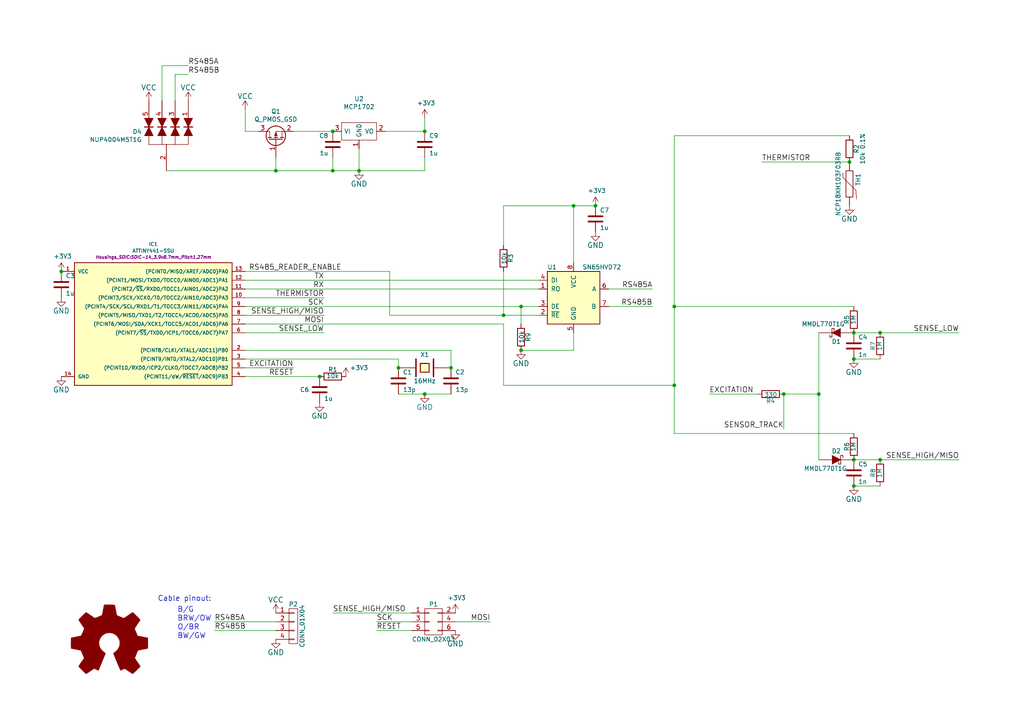
<source format=kicad_sch>
(kicad_sch (version 20230121) (generator eeschema)
  (paper "A4")
  (title_block (title "RS485 soil moisture sensor") (date "2019-10-22") (company "Catnip electronics") (comment 1 "by Albertas Mickėnas mic@wemakethings.net"))
  (lib_symbols
    (symbol "power:+3V3" (power) (pin_names (offset 0))
      (property "Value" "+3V3" (at 0 3.556 0))
      (symbol "+3V3_0_1"
        (polyline (pts (xy -0.762 1.27) (xy 0 2.54)))
        (polyline (pts (xy 0 0) (xy 0 2.54)))
        (polyline (pts (xy 0 2.54) (xy 0.762 1.27)))
      )
      (symbol "+3V3_1_1"
        (pin power_in line (at 0 0 90) (length 0) hide (name "+3V3") (number "1"))
      )
    )
    (symbol "power:GND" (power) (pin_names (offset 0))
      (property "Value" "GND" (at 0 -3.81 0))
      (symbol "GND_0_1"
        (polyline (pts (xy 0 0) (xy 0 -1.27) (xy 1.27 -1.27) (xy 0 -2.54) (xy -1.27 -1.27) (xy 0 -1.27)))
      )
      (symbol "GND_1_1"
        (pin power_in line (at 0 0 270) (length 0) hide (name "GND") (number "1"))
      )
    )
    (symbol "power:VCC" (power) (pin_names (offset 0))
      (property "Value" "VCC" (at 0 3.81 0))
      (symbol "VCC_0_1"
        (polyline (pts (xy -0.762 1.27) (xy 0 2.54)))
        (polyline (pts (xy 0 0) (xy 0 2.54)))
        (polyline (pts (xy 0 2.54) (xy 0.762 1.27)))
      )
      (symbol "VCC_1_1"
        (pin power_in line (at 0 0 90) (length 0) hide (name "VCC") (number "1"))
      )
    )
    (symbol "rs485-moist-sensor-rescue:ATTINY441-SSU" (pin_names (offset 1.016))
      (property "Reference" "U" (at -21.59 19.05 0))
      (property "Value" "ATTINY441-SSU" (at 17.78 -19.05 0))
      (symbol "ATTINY441-SSU_0_1"
        (rectangle (start 22.86 17.78) (end -22.86 -17.78) (stroke (width 0.254)) (fill (type background)))
      )
      (symbol "ATTINY441-SSU_1_1"
        (pin power_in line (at -26.67 15.24 0) (length 3.81) (name "VCC") (number "1"))
        (pin bidirectional line (at 26.67 7.62 180) (length 3.81) (name "(PCINT3/SCK/XCK0/T0/TOCC2/AIN10/ADC3)PA3") (number "10"))
        (pin bidirectional line (at 26.67 10.16 180) (length 3.81) (name "(PCINT2/~{SS}/RXD0/TOCC1/AIN01/ADC2)PA2") (number "11"))
        (pin bidirectional line (at 26.67 12.7 180) (length 3.81) (name "(PCINT1/MOSI/TXD0/TOCC0/AIN00/ADC1)PA1") (number "12"))
        (pin bidirectional line (at 26.67 15.24 180) (length 3.81) (name "(PCINT0/MISO/AREF/ADC0)PA0") (number "13"))
        (pin power_in line (at -26.67 -15.24 0) (length 3.81) (name "GND") (number "14"))
        (pin bidirectional line (at 26.67 -7.62 180) (length 3.81) (name "(PCINT8/CLKI/XTAL1/ADC11)PB0") (number "2"))
        (pin bidirectional line (at 26.67 -10.16 180) (length 3.81) (name "(PCINT9/INT0/XTAL2/ADC10)PB1") (number "3"))
        (pin bidirectional line (at 26.67 -15.24 180) (length 3.81) (name "(PCINT11/dW/~{RESET}/ADC9)PB3") (number "4"))
        (pin bidirectional line (at 26.67 -12.7 180) (length 3.81) (name "(PCINT10/RXD0/ICP2/CLKO/TOCC7/ADC8)PB2") (number "5"))
        (pin bidirectional line (at 26.67 -2.54 180) (length 3.81) (name "(PCINT7/~{SS}/TXD0/ICP1/TOCC6/ADC7)PA7") (number "6"))
        (pin bidirectional line (at 26.67 0 180) (length 3.81) (name "(PCINT6/MOSI/SDA/XCK1/TOCC5/ACO1/ADC6)PA6") (number "7"))
        (pin bidirectional line (at 26.67 2.54 180) (length 3.81) (name "(PCINT5/MISO/TXD1/T2/TOCC4/ACO0/ADC5)PA5") (number "8"))
        (pin bidirectional line (at 26.67 5.08 180) (length 3.81) (name "(PCINT4/SCK/SCL/RXD1/T1/TOCC3/AIN11/ADC4)PA4") (number "9"))
      )
    )
    (symbol "rs485-moist-sensor-rescue:C" (pin_numbers hide) (pin_names (offset 0.254))
      (property "Reference" "C" (at 0.635 2.54 0))
      (property "Value" "C" (at 0.635 -2.54 0))
      (symbol "C_0_1"
        (polyline (pts (xy -2.032 -0.762) (xy 2.032 -0.762)) (stroke (width 0.508)))
        (polyline (pts (xy -2.032 0.762) (xy 2.032 0.762)) (stroke (width 0.508)))
      )
      (symbol "C_1_1"
        (pin passive line (at 0 3.81 270) (length 2.794) (name "~") (number "1"))
        (pin passive line (at 0 -3.81 90) (length 2.794) (name "~") (number "2"))
      )
    )
    (symbol "rs485-moist-sensor-rescue:CONN_01X04" (pin_names (offset 1.016) hide)
      (property "Reference" "J" (at 0 6.35 0))
      (property "Value" "CONN_01X04" (at 2.54 0 90))
      (symbol "CONN_01X04_0_1"
        (rectangle (start -1.27 -3.683) (end 0.254 -3.937))
        (rectangle (start -1.27 -1.143) (end 0.254 -1.397))
        (rectangle (start -1.27 1.397) (end 0.254 1.143))
        (rectangle (start -1.27 3.937) (end 0.254 3.683))
        (rectangle (start -1.27 5.08) (end 1.27 -5.08))
      )
      (symbol "CONN_01X04_1_1"
        (pin passive line (at -5.08 3.81 0) (length 3.81) (name "P1") (number "1"))
        (pin passive line (at -5.08 1.27 0) (length 3.81) (name "P2") (number "2"))
        (pin passive line (at -5.08 -1.27 0) (length 3.81) (name "P3") (number "3"))
        (pin passive line (at -5.08 -3.81 0) (length 3.81) (name "P4") (number "4"))
      )
    )
    (symbol "rs485-moist-sensor-rescue:CONN_02X03" (pin_names (offset 0.0254) hide)
      (property "Reference" "J" (at 0 5.08 0))
      (property "Value" "CONN_02X03" (at 0 -5.08 0))
      (symbol "CONN_02X03_0_1"
        (rectangle (start -2.54 -2.413) (end -1.27 -2.667))
        (rectangle (start -2.54 0.127) (end -1.27 -0.127))
        (rectangle (start -2.54 2.667) (end -1.27 2.413))
        (rectangle (start -2.54 3.81) (end 2.54 -3.81))
        (rectangle (start 1.27 -2.413) (end 2.54 -2.667))
        (rectangle (start 1.27 0.127) (end 2.54 -0.127))
        (rectangle (start 1.27 2.667) (end 2.54 2.413))
      )
      (symbol "CONN_02X03_1_1"
        (pin passive line (at -6.35 2.54 0) (length 3.81) (name "P1") (number "1"))
        (pin passive line (at 6.35 2.54 180) (length 3.81) (name "P2") (number "2"))
        (pin passive line (at -6.35 0 0) (length 3.81) (name "P3") (number "3"))
        (pin passive line (at 6.35 0 180) (length 3.81) (name "P4") (number "4"))
        (pin passive line (at -6.35 -2.54 0) (length 3.81) (name "P5") (number "5"))
        (pin passive line (at 6.35 -2.54 180) (length 3.81) (name "P6") (number "6"))
      )
    )
    (symbol "rs485-moist-sensor-rescue:CRYSTAL" (pin_numbers hide) (pin_names (offset 1.016) hide)
      (property "Reference" "X" (at 0 3.81 0))
      (property "Value" "CRYSTAL" (at 0 -3.81 0))
      (symbol "CRYSTAL_0_1"
        (polyline (pts (xy -2.54 2.54) (xy -2.54 -2.54)) (stroke (width 0.4064)))
        (polyline (pts (xy 2.54 2.54) (xy 2.54 -2.54)) (stroke (width 0.4064)))
        (polyline (pts (xy -1.27 1.27) (xy 1.27 1.27) (xy 1.27 -1.27) (xy -1.27 -1.27) (xy -1.27 1.27)) (stroke (width 0.3048)) (fill (type background)))
      )
      (symbol "CRYSTAL_1_1"
        (pin passive line (at -7.62 0 0) (length 5.08) (name "1") (number "1"))
        (pin passive line (at 7.62 0 180) (length 5.08) (name "2") (number "2"))
      )
    )
    (symbol "rs485-moist-sensor-rescue:DIODESCH" (pin_numbers hide) (pin_names (offset 1.016) hide)
      (property "Reference" "D" (at 0 2.54 0))
      (property "Value" "DIODESCH" (at 0 -2.54 0))
      (symbol "DIODESCH_0_1"
        (polyline (pts (xy -1.27 1.27) (xy 1.27 0) (xy -1.27 -1.27)) (fill (type outline)))
        (polyline (pts (xy 1.905 0.635) (xy 1.905 1.27) (xy 1.27 1.27) (xy 1.27 -1.27) (xy 0.635 -1.27) (xy 0.635 -0.635)) (stroke (width 0.2032)))
      )
      (symbol "DIODESCH_1_1"
        (pin passive line (at -5.08 0 0) (length 3.81) (name "A") (number "1"))
        (pin passive line (at 5.08 0 180) (length 3.81) (name "K") (number "2"))
      )
    )
    (symbol "rs485-moist-sensor-rescue:Logo_Open_Hardware_Large" (pin_names (offset 1.016))
      (symbol "Logo_Open_Hardware_Large_1_1"
        (polyline (pts (xy 6.731 -8.7122) (xy 6.6294 -8.6614) (xy 6.35 -8.4836) (xy 5.9944 -8.255) (xy 5.5372 -7.9502) (xy 5.1054 -7.6454) (xy 4.7498 -7.4168) (xy 4.4958 -7.239) (xy 4.3942 -7.1882) (xy 4.318 -7.2136) (xy 4.1148 -7.3152) (xy 3.81 -7.4676) (xy 3.6322 -7.5692) (xy 3.3528 -7.6708) (xy 3.2258 -7.6962) (xy 3.2004 -7.6708) (xy 3.0988 -7.4676) (xy 2.9464 -7.0866) (xy 2.7178 -6.604) (xy 2.4892 -6.0452) (xy 2.2352 -5.4356) (xy 1.9558 -4.826) (xy 1.7272 -4.2164) (xy 1.4986 -3.683) (xy 1.3208 -3.2512) (xy 1.2192 -2.9464) (xy 1.1684 -2.8194) (xy 1.1938 -2.794) (xy 1.3208 -2.667) (xy 1.5748 -2.4892) (xy 2.0828 -2.0574) (xy 2.6162 -1.397) (xy 2.921 -0.6604) (xy 3.048 0.1524) (xy 2.9464 0.9144) (xy 2.6416 1.6256) (xy 2.1336 2.286) (xy 1.524 2.7686) (xy 0.8128 3.0734) (xy 0 3.175) (xy -0.762 3.0988) (xy -1.4986 2.794) (xy -2.159 2.286) (xy -2.4384 1.9812) (xy -2.8194 1.3208) (xy -3.048 0.6096) (xy -3.0734 0.4318) (xy -3.0226 -0.3556) (xy -2.794 -1.0922) (xy -2.3876 -1.7526) (xy -1.8288 -2.3114) (xy -1.7526 -2.3622) (xy -1.4732 -2.5654) (xy -1.2954 -2.6924) (xy -1.1684 -2.8194) (xy -2.159 -5.207) (xy -2.3114 -5.588) (xy -2.5908 -6.2484) (xy -2.8194 -6.8072) (xy -3.0226 -7.2644) (xy -3.1496 -7.5692) (xy -3.2258 -7.6708) (xy -3.2258 -7.6962) (xy -3.302 -7.6962) (xy -3.4798 -7.6454) (xy -3.8354 -7.4676) (xy -4.0386 -7.366) (xy -4.2926 -7.239) (xy -4.4196 -7.1882) (xy -4.5212 -7.239) (xy -4.7498 -7.3914) (xy -5.1054 -7.6454) (xy -5.5372 -7.9248) (xy -5.9436 -8.2042) (xy -6.3246 -8.4582) (xy -6.604 -8.636) (xy -6.731 -8.7122) (xy -6.7564 -8.7122) (xy -6.858 -8.636) (xy -7.0866 -8.4582) (xy -7.4168 -8.1534) (xy -7.874 -7.6962) (xy -7.9502 -7.62) (xy -8.3312 -7.239) (xy -8.636 -6.9088) (xy -8.8392 -6.6802) (xy -8.9154 -6.5786) (xy -8.9154 -6.5786) (xy -8.8392 -6.4516) (xy -8.6614 -6.1722) (xy -8.4328 -5.7912) (xy -8.128 -5.3594) (xy -7.3152 -4.191) (xy -7.7724 -3.0988) (xy -7.8994 -2.7686) (xy -8.0772 -2.3622) (xy -8.2042 -2.0828) (xy -8.255 -1.9558) (xy -8.382 -1.905) (xy -8.6614 -1.8542) (xy -9.0932 -1.7526) (xy -9.6266 -1.651) (xy -10.1092 -1.5748) (xy -10.541 -1.4732) (xy -10.8712 -1.4224) (xy -11.0236 -1.397) (xy -11.049 -1.3716) (xy -11.0744 -1.2954) (xy -11.0998 -1.143) (xy -11.0998 -0.889) (xy -11.1252 -0.4572) (xy -11.1252 0.1524) (xy -11.1252 0.2286) (xy -11.0998 0.8128) (xy -11.0998 1.27) (xy -11.0744 1.5494) (xy -11.0744 1.6764) (xy -11.0744 1.6764) (xy -10.922 1.7018) (xy -10.6172 1.778) (xy -10.16 1.8542) (xy -9.652 1.9558) (xy -9.6012 1.9812) (xy -9.0932 2.0828) (xy -8.636 2.159) (xy -8.3312 2.2352) (xy -8.2042 2.286) (xy -8.1788 2.3114) (xy -8.0772 2.5146) (xy -7.9248 2.8448) (xy -7.747 3.2512) (xy -7.5692 3.6576) (xy -7.4168 4.0386) (xy -7.3152 4.318) (xy -7.2898 4.445) (xy -7.2898 4.445) (xy -7.366 4.572) (xy -7.5438 4.826) (xy -7.7978 5.207) (xy -8.128 5.6642) (xy -8.128 5.6896) (xy -8.4328 6.1468) (xy -8.6868 6.5278) (xy -8.8392 6.7818) (xy -8.9154 6.9088) (xy -8.9154 6.9088) (xy -8.8138 7.0358) (xy -8.5852 7.2898) (xy -8.255 7.6454) (xy -7.874 8.0264) (xy -7.747 8.1534) (xy -7.3152 8.5852) (xy -7.0104 8.8646) (xy -6.8326 8.9916) (xy -6.731 9.0424) (xy -6.731 9.0424) (xy -6.604 8.9408) (xy -6.3246 8.763) (xy -5.9436 8.509) (xy -5.4864 8.2042) (xy -5.461 8.1788) (xy -5.0038 7.874) (xy -4.6482 7.62) (xy -4.3688 7.4422) (xy -4.2672 7.3914) (xy -4.2418 7.3914) (xy -4.064 7.4422) (xy -3.7338 7.5438) (xy -3.3528 7.6962) (xy -2.9464 7.874) (xy -2.5654 8.0264) (xy -2.286 8.1534) (xy -2.159 8.2296) (xy -2.159 8.2296) (xy -2.1082 8.382) (xy -2.032 8.7122) (xy -1.9304 9.1694) (xy -1.8288 9.7282) (xy -1.8034 9.8044) (xy -1.7018 10.3378) (xy -1.6256 10.7696) (xy -1.5748 11.0744) (xy -1.524 11.2014) (xy -1.4478 11.2268) (xy -1.1938 11.2522) (xy -0.8128 11.2522) (xy -0.3302 11.2522) (xy 0.1524 11.2522) (xy 0.6604 11.2522) (xy 1.0668 11.2268) (xy 1.3716 11.2014) (xy 1.4986 11.176) (xy 1.4986 11.176) (xy 1.5494 11.0236) (xy 1.6256 10.6934) (xy 1.7018 10.2108) (xy 1.8288 9.6774) (xy 1.8288 9.5758) (xy 1.9304 9.0424) (xy 2.032 8.6106) (xy 2.0828 8.3058) (xy 2.1336 8.2042) (xy 2.159 8.1788) (xy 2.3876 8.0772) (xy 2.7432 7.9248) (xy 3.175 7.747) (xy 4.191 7.3406) (xy 5.461 8.2042) (xy 5.5626 8.2804) (xy 6.0198 8.5852) (xy 6.3754 8.8392) (xy 6.6294 8.9916) (xy 6.7564 9.0424) (xy 6.7564 9.0424) (xy 6.8834 8.9408) (xy 7.1374 8.7122) (xy 7.4676 8.382) (xy 7.8486 7.9756) (xy 8.1534 7.6962) (xy 8.4836 7.3406) (xy 8.7122 7.112) (xy 8.8392 6.9596) (xy 8.8646 6.858) (xy 8.8646 6.8072) (xy 8.7884 6.6802) (xy 8.6106 6.4008) (xy 8.3312 6.0198) (xy 8.0264 5.588) (xy 7.7978 5.207) (xy 7.5184 4.8006) (xy 7.3406 4.4958) (xy 7.2898 4.3434) (xy 7.2898 4.2926) (xy 7.3914 4.0386) (xy 7.5184 3.683) (xy 7.7216 3.2258) (xy 8.1534 2.2352) (xy 8.7884 2.1082) (xy 9.1948 2.0574) (xy 9.7536 1.9304) (xy 10.2616 1.8288) (xy 11.0998 1.6764) (xy 11.1252 -1.3208) (xy 10.9982 -1.3716) (xy 10.8712 -1.397) (xy 10.5664 -1.4732) (xy 10.1346 -1.5494) (xy 9.6266 -1.651) (xy 9.1948 -1.7272) (xy 8.7376 -1.8288) (xy 8.4328 -1.8796) (xy 8.2804 -1.905) (xy 8.255 -1.9558) (xy 8.1534 -2.159) (xy 7.9756 -2.5146) (xy 7.8232 -2.921) (xy 7.6454 -3.3274) (xy 7.493 -3.7338) (xy 7.366 -4.0132) (xy 7.3406 -4.191) (xy 7.3914 -4.2926) (xy 7.5692 -4.5466) (xy 7.7978 -4.9276) (xy 8.1026 -5.3594) (xy 8.4074 -5.7912) (xy 8.6614 -6.1722) (xy 8.8138 -6.4262) (xy 8.89 -6.5532) (xy 8.8646 -6.6548) (xy 8.6868 -6.858) (xy 8.3566 -7.1882) (xy 7.874 -7.6708) (xy 7.7978 -7.747) (xy 7.3914 -8.128) (xy 7.0612 -8.4328) (xy 6.8326 -8.636) (xy 6.731 -8.7122)) (fill (type outline)))
      )
    )
    (symbol "rs485-moist-sensor-rescue:MCP1702" (pin_names (offset 0.762))
      (property "Reference" "U" (at 2.54 -3.81 0))
      (property "Value" "MCP1702" (at 0 3.81 0))
      (symbol "MCP1702_0_1"
        (rectangle (start -5.08 -2.54) (end 5.08 2.54))
      )
      (symbol "MCP1702_1_1"
        (pin power_in line (at 0 -5.08 90) (length 2.54) (name "GND") (number "1"))
        (pin power_out line (at 7.62 0 180) (length 2.54) (name "VO") (number "2"))
        (pin power_in line (at -7.62 0 0) (length 2.54) (name "VI") (number "3"))
      )
    )
    (symbol "rs485-moist-sensor-rescue:Q_PMOS_GSD-RESCUE-rs485-moist-sensor" (pin_names (offset 0) hide)
      (property "Reference" "Q" (at 7.62 1.27 0))
      (property "Value" "Q_PMOS_GSD-RESCUE-rs485-moist-sensor" (at 16.51 -1.27 0))
      (symbol "Q_PMOS_GSD-RESCUE-rs485-moist-sensor_0_1"
        (polyline (pts (xy 0.762 -1.778) (xy 2.54 -1.778)))
        (polyline (pts (xy 0.762 -1.27) (xy 0.762 -2.286)) (stroke (width 0.254)))
        (polyline (pts (xy 0.762 0) (xy 2.54 0)))
        (polyline (pts (xy 0.762 0.508) (xy 0.762 -0.508)) (stroke (width 0.254)))
        (polyline (pts (xy 0.762 1.778) (xy 2.54 1.778)))
        (polyline (pts (xy 0.762 2.286) (xy 0.762 1.27)) (stroke (width 0.254)))
        (polyline (pts (xy 2.54 -1.778) (xy 2.54 -2.54)))
        (polyline (pts (xy 2.54 -1.778) (xy 2.54 0)))
        (polyline (pts (xy 2.54 2.54) (xy 2.54 1.778)))
        (polyline (pts (xy 0.254 1.905) (xy 0.254 -1.905) (xy 0.254 -1.905)) (stroke (width 0.254)))
        (polyline (pts (xy 2.286 0) (xy 1.27 -0.381) (xy 1.27 0.381) (xy 2.286 0)) (fill (type outline)))
        (circle (center 1.27 0) (radius 2.8194) (stroke (width 0.254)))
      )
      (symbol "Q_PMOS_GSD-RESCUE-rs485-moist-sensor_1_1"
        (pin input line (at -5.08 0 0) (length 5.334) (name "G") (number "1"))
        (pin open_emitter line (at 2.54 -5.08 90) (length 2.54) (name "S") (number "2"))
        (pin open_collector line (at 2.54 5.08 270) (length 2.54) (name "D") (number "3"))
      )
    )
    (symbol "rs485-moist-sensor-rescue:R" (pin_numbers hide) (pin_names (offset 0))
      (property "Reference" "R" (at 2.032 0 90))
      (property "Value" "R" (at 0 0 90))
      (symbol "R_0_1"
        (rectangle (start -1.016 -2.54) (end 1.016 2.54) (stroke (width 0.254)))
      )
      (symbol "R_1_1"
        (pin passive line (at 0 3.81 270) (length 1.27) (name "~") (number "1"))
        (pin passive line (at 0 -3.81 90) (length 1.27) (name "~") (number "2"))
      )
    )
    (symbol "rs485-moist-sensor-rescue:SP3481EN-RESCUE-rs485-moist-sensor" (pin_names (offset 1.016))
      (property "Reference" "U" (at -7.62 8.89 0))
      (property "Value" "SP3481EN-RESCUE-rs485-moist-sensor" (at 2.54 8.89 0))
      (property "Footprint" "SO-8" (at 0 0 0))
      (symbol "SP3481EN-RESCUE-rs485-moist-sensor_0_1"
        (rectangle (start -7.62 7.62) (end 7.62 -7.62) (stroke (width 0.254)) (fill (type background)))
      )
      (symbol "SP3481EN-RESCUE-rs485-moist-sensor_1_1"
        (pin output line (at -10.16 2.54 0) (length 2.54) (name "RO") (number "1"))
        (pin input line (at -10.16 -5.08 0) (length 2.54) (name "~{RE}") (number "2"))
        (pin input line (at -10.16 -2.54 0) (length 2.54) (name "DE") (number "3"))
        (pin input line (at -10.16 5.08 0) (length 2.54) (name "DI") (number "4"))
        (pin power_in line (at 0 -10.16 90) (length 2.54) (name "GND") (number "5"))
        (pin bidirectional line (at 10.16 2.54 180) (length 2.54) (name "A") (number "6"))
        (pin bidirectional line (at 10.16 -2.54 180) (length 2.54) (name "B") (number "7"))
        (pin power_in line (at 0 10.16 270) (length 2.54) (name "VCC") (number "8"))
      )
    )
    (symbol "rs485-moist-sensor-rescue:THERMISTOR" (pin_numbers hide) (pin_names (offset 0))
      (property "Reference" "TH" (at 2.54 1.27 90))
      (property "Value" "THERMISTOR" (at -2.54 0 90))
      (symbol "THERMISTOR_0_1"
        (rectangle (start -1.016 3.81) (end 1.016 -3.81) (stroke (width 0.2032)))
        (polyline (pts (xy -1.905 3.175) (xy -1.905 1.905) (xy 1.905 -1.905) (xy 1.905 -3.175) (xy 1.905 -3.175)))
        (text "-" (at 1.905 -3.81 900) (effects (font (size 1.524 1.524))))
      )
      (symbol "THERMISTOR_1_1"
        (pin passive line (at 0 6.35 270) (length 2.54) (name "~") (number "1"))
        (pin passive line (at 0 -6.35 90) (length 2.54) (name "~") (number "2"))
      )
    )
    (symbol "rs485-moist-sensor-rescue:TVS-ARRAY" (pin_names (offset 1.016))
      (property "Reference" "D" (at -12.7 2.54 0))
      (property "Value" "TVS-ARRAY" (at -12.7 -2.54 0))
      (symbol "TVS-ARRAY_0_1"
        (polyline (pts (xy -3.81 1.27) (xy -6.35 1.27)) (stroke (width 0.3048)))
        (polyline (pts (xy -1.27 -1.27) (xy -1.27 -3.81)))
        (polyline (pts (xy 0 1.27) (xy -2.54 1.27)) (stroke (width 0.3048)))
        (polyline (pts (xy 2.54 -1.27) (xy 2.54 -3.81)))
        (polyline (pts (xy 3.81 1.27) (xy 1.27 1.27)) (stroke (width 0.3048)))
        (polyline (pts (xy 6.35 -1.27) (xy 6.35 -3.81)))
        (polyline (pts (xy 7.62 1.27) (xy 5.08 1.27)) (stroke (width 0.3048)))
        (polyline (pts (xy 6.35 -3.81) (xy -5.08 -3.81) (xy -5.08 -1.27)))
        (polyline (pts (xy -5.08 1.27) (xy -3.81 -1.27) (xy -6.35 -1.27) (xy -5.08 1.27)) (fill (type outline)))
        (polyline (pts (xy -3.81 3.81) (xy -6.35 3.81) (xy -5.08 1.27) (xy -3.81 3.81)) (fill (type outline)))
        (polyline (pts (xy -1.27 1.27) (xy 0 -1.27) (xy -2.54 -1.27) (xy -1.27 1.27)) (fill (type outline)))
        (polyline (pts (xy 0 3.81) (xy -2.54 3.81) (xy -1.27 1.27) (xy 0 3.81)) (fill (type outline)))
        (polyline (pts (xy 2.54 1.27) (xy 3.81 -1.27) (xy 1.27 -1.27) (xy 2.54 1.27)) (fill (type outline)))
        (polyline (pts (xy 3.81 3.81) (xy 1.27 3.81) (xy 2.54 1.27) (xy 3.81 3.81)) (fill (type outline)))
        (polyline (pts (xy 6.35 1.27) (xy 7.62 -1.27) (xy 5.08 -1.27) (xy 6.35 1.27)) (fill (type outline)))
        (polyline (pts (xy 7.62 3.81) (xy 5.08 3.81) (xy 6.35 1.27) (xy 7.62 3.81)) (fill (type outline)))
      )
      (symbol "TVS-ARRAY_1_1"
        (pin passive line (at -5.08 8.89 270) (length 7.62) (name "~") (number "1"))
        (pin passive line (at 1.27 -11.43 90) (length 7.62) (name "~") (number "2"))
        (pin passive line (at -1.27 8.89 270) (length 7.62) (name "~") (number "3"))
        (pin passive line (at 2.54 8.89 270) (length 7.62) (name "~") (number "4"))
        (pin passive line (at 6.35 8.89 270) (length 7.62) (name "~") (number "5"))
      )
    )
  )
  (junction (at 172.72 59.69))
  (junction (at 80.01 49.53))
  (junction (at 247.65 104.14))
  (junction (at 130.81 106.68))
  (junction (at 96.52 38.1))
  (junction (at 104.14 49.53))
  (junction (at 151.13 101.6))
  (junction (at 195.58 88.9))
  (junction (at 151.13 88.9))
  (junction (at 166.37 59.69))
  (junction (at 115.57 106.68))
  (junction (at 255.27 133.35))
  (junction (at 246.38 46.99))
  (junction (at 227.33 114.3))
  (junction (at 195.58 111.76))
  (junction (at 146.05 91.44))
  (junction (at 17.78 78.74))
  (junction (at 92.71 109.22))
  (junction (at 247.65 96.52))
  (junction (at 237.49 114.3))
  (junction (at 96.52 49.53))
  (junction (at 123.19 38.1))
  (junction (at 247.65 140.97))
  (junction (at 123.19 114.3))
  (junction (at 255.27 96.52))
  (junction (at 247.65 133.35))
  (wire (pts (xy 115.57 114.3) (xy 123.19 114.3)))
  (wire (pts (xy 71.12 93.98) (xy 146.05 93.98)))
  (wire (pts (xy 205.74 114.3) (xy 219.71 114.3)))
  (wire (pts (xy 71.12 109.22) (xy 92.71 109.22)))
  (wire (pts (xy 146.05 91.44) (xy 156.21 91.44)))
  (wire (pts (xy 46.99 19.05) (xy 46.99 29.21)))
  (wire (pts (xy 123.19 49.53) (xy 123.19 45.72)))
  (wire (pts (xy 71.12 101.6) (xy 130.81 101.6)))
  (wire (pts (xy 132.08 180.34) (xy 142.24 180.34)))
  (wire (pts (xy 237.49 96.52) (xy 237.49 114.3)))
  (wire (pts (xy 119.38 180.34) (xy 109.22 180.34)))
  (wire (pts (xy 255.27 104.14) (xy 247.65 104.14)))
  (wire (pts (xy 113.03 78.74) (xy 71.12 78.74)))
  (wire (pts (xy 166.37 76.2) (xy 166.37 59.69)))
  (wire (pts (xy 195.58 39.37) (xy 195.58 88.9)))
  (wire (pts (xy 166.37 101.6) (xy 166.37 96.52)))
  (wire (pts (xy 71.12 31.75) (xy 71.12 38.1)))
  (wire (pts (xy 96.52 177.8) (xy 119.38 177.8)))
  (wire (pts (xy 111.76 38.1) (xy 123.19 38.1)))
  (wire (pts (xy 71.12 81.28) (xy 156.21 81.28)))
  (wire (pts (xy 50.8 21.59) (xy 50.8 29.21)))
  (wire (pts (xy 123.19 114.3) (xy 130.81 114.3)))
  (wire (pts (xy 247.65 96.52) (xy 255.27 96.52)))
  (wire (pts (xy 166.37 59.69) (xy 172.72 59.69)))
  (wire (pts (xy 80.01 180.34) (xy 62.23 180.34)))
  (wire (pts (xy 104.14 49.53) (xy 104.14 43.18)))
  (wire (pts (xy 80.01 49.53) (xy 96.52 49.53)))
  (wire (pts (xy 146.05 59.69) (xy 166.37 59.69)))
  (wire (pts (xy 195.58 111.76) (xy 195.58 125.73)))
  (wire (pts (xy 247.65 88.9) (xy 195.58 88.9)))
  (wire (pts (xy 113.03 91.44) (xy 146.05 91.44)))
  (wire (pts (xy 246.38 46.99) (xy 220.98 46.99)))
  (wire (pts (xy 115.57 104.14) (xy 115.57 106.68)))
  (wire (pts (xy 123.19 38.1) (xy 123.19 34.29)))
  (wire (pts (xy 195.58 88.9) (xy 195.58 111.76)))
  (wire (pts (xy 146.05 78.74) (xy 146.05 91.44)))
  (wire (pts (xy 146.05 93.98) (xy 146.05 111.76)))
  (wire (pts (xy 71.12 83.82) (xy 156.21 83.82)))
  (wire (pts (xy 195.58 39.37) (xy 246.38 39.37)))
  (wire (pts (xy 247.65 133.35) (xy 255.27 133.35)))
  (wire (pts (xy 71.12 91.44) (xy 93.98 91.44)))
  (wire (pts (xy 255.27 96.52) (xy 278.13 96.52)))
  (wire (pts (xy 146.05 59.69) (xy 146.05 71.12)))
  (wire (pts (xy 71.12 106.68) (xy 85.09 106.68)))
  (wire (pts (xy 227.33 114.3) (xy 237.49 114.3)))
  (wire (pts (xy 255.27 133.35) (xy 278.13 133.35)))
  (wire (pts (xy 195.58 125.73) (xy 247.65 125.73)))
  (wire (pts (xy 176.53 88.9) (xy 189.23 88.9)))
  (wire (pts (xy 54.61 21.59) (xy 50.8 21.59)))
  (wire (pts (xy 80.01 45.72) (xy 80.01 49.53)))
  (wire (pts (xy 71.12 104.14) (xy 115.57 104.14)))
  (wire (pts (xy 176.53 83.82) (xy 189.23 83.82)))
  (wire (pts (xy 96.52 49.53) (xy 104.14 49.53)))
  (wire (pts (xy 151.13 101.6) (xy 166.37 101.6)))
  (wire (pts (xy 71.12 38.1) (xy 74.93 38.1)))
  (wire (pts (xy 237.49 114.3) (xy 237.49 133.35)))
  (wire (pts (xy 227.33 114.3) (xy 227.33 124.46)))
  (wire (pts (xy 54.61 19.05) (xy 46.99 19.05)))
  (wire (pts (xy 113.03 78.74) (xy 113.03 91.44)))
  (wire (pts (xy 71.12 88.9) (xy 151.13 88.9)))
  (wire (pts (xy 85.09 38.1) (xy 96.52 38.1)))
  (wire (pts (xy 104.14 49.53) (xy 123.19 49.53)))
  (wire (pts (xy 130.81 101.6) (xy 130.81 106.68)))
  (wire (pts (xy 119.38 182.88) (xy 109.22 182.88)))
  (wire (pts (xy 71.12 86.36) (xy 93.98 86.36)))
  (wire (pts (xy 146.05 111.76) (xy 195.58 111.76)))
  (wire (pts (xy 151.13 93.98) (xy 151.13 88.9)))
  (wire (pts (xy 247.65 140.97) (xy 255.27 140.97)))
  (wire (pts (xy 71.12 96.52) (xy 93.98 96.52)))
  (wire (pts (xy 48.26 49.53) (xy 80.01 49.53)))
  (wire (pts (xy 151.13 88.9) (xy 156.21 88.9)))
  (wire (pts (xy 96.52 45.72) (xy 96.52 49.53)))
  (wire (pts (xy 80.01 182.88) (xy 62.23 182.88)))
  (text "Cable pinout:" (at 45.72 174.625 0) (effects (font (size 1.524 1.524)) (justify left bottom)))
  (text "B/G" (at 51.435 177.8 0) (effects (font (size 1.524 1.524)) (justify left bottom)))
  (text "BRW/OW" (at 51.435 180.34 0) (effects (font (size 1.524 1.524)) (justify left bottom)))
  (text "O/BR" (at 51.435 182.88 0) (effects (font (size 1.524 1.524)) (justify left bottom)))
  (text "BW/GW" (at 51.435 185.42 0) (effects (font (size 1.524 1.524)) (justify left bottom)))
  (label "SENSE_LOW" (at 93.98 96.52 180) (effects (font (size 1.524 1.524))))
  (label "RS485B" (at 54.61 21.59 0) (effects (font (size 1.524 1.524))))
  (label "MOSI" (at 93.98 93.98 180) (effects (font (size 1.524 1.524))))
  (label "RS485_READER_ENABLE" (at 99.06 78.74 180) (effects (font (size 1.524 1.524))))
  (label "RS485B" (at 189.23 88.9 180) (effects (font (size 1.524 1.524))))
  (label "THERMISTOR" (at 93.98 86.36 180) (effects (font (size 1.524 1.524))))
  (label "MOSI" (at 142.24 180.34 180) (effects (font (size 1.524 1.524))))
  (label "SENSE_HIGH/MISO" (at 278.13 133.35 180) (effects (font (size 1.524 1.524))))
  (label "SENSOR_TRACK" (at 227.33 124.46 180) (effects (font (size 1.524 1.524))))
  (label "RESET" (at 109.22 182.88 0) (effects (font (size 1.524 1.524))))
  (label "EXCITATION" (at 85.09 106.68 180) (effects (font (size 1.524 1.524))))
  (label "RX" (at 93.98 83.82 180) (effects (font (size 1.524 1.524))))
  (label "RS485A" (at 62.23 180.34 0) (effects (font (size 1.524 1.524))))
  (label "RS485A" (at 189.23 83.82 180) (effects (font (size 1.524 1.524))))
  (label "EXCITATION" (at 205.74 114.3 0) (effects (font (size 1.524 1.524))))
  (label "SENSE_HIGH/MISO" (at 96.52 177.8 0) (effects (font (size 1.524 1.524))))
  (label "SCK" (at 93.98 88.9 180) (effects (font (size 1.524 1.524))))
  (label "SCK" (at 109.22 180.34 0) (effects (font (size 1.524 1.524))))
  (label "TX" (at 93.98 81.28 180) (effects (font (size 1.524 1.524))))
  (label "RS485B" (at 62.23 182.88 0) (effects (font (size 1.524 1.524))))
  (label "SENSE_HIGH/MISO" (at 93.98 91.44 180) (effects (font (size 1.524 1.524))))
  (label "THERMISTOR" (at 220.98 46.99 0) (effects (font (size 1.524 1.524))))
  (label "SENSE_LOW" (at 278.13 96.52 180) (effects (font (size 1.524 1.524))))
  (label "RS485A" (at 54.61 19.05 0) (effects (font (size 1.524 1.524))))
  (label "RESET" (at 85.09 109.22 180) (effects (font (size 1.524 1.524))))
  (symbol (lib_id "rs485-moist-sensor-rescue:CRYSTAL") (at 123.19 106.68 0) (unit 1)
    (property "Reference" "X1" (at 123.19 102.87 0))
    (property "Value" "16MHz" (at 123.19 110.49 0))
    (property "Footprint" "Crystals:Crystal_HC49-SD_SMD" (effects hide))
    (property "PartNo" "MCRSD16000F183000RR" (effects hide))
    (property "Manufacturer" "MULTICOMP" (effects hide))
    (property "Distributor" "2395958" (effects hide))
  )
  (symbol (lib_id "rs485-moist-sensor-rescue:C") (at 130.81 110.49 0) (unit 1)
    (property "Reference" "C2" (at 132.08 107.95 0) (effects (justify left)))
    (property "Value" "13p" (at 132.08 113.03 0) (effects (justify left)))
    (property "Footprint" "Capacitors_SMD:C_0603" (effects hide))
    (property "PartNo" "MC0603N330J500CT" (effects hide))
    (property "Manufacturer" "MULTICOMP" (effects hide))
    (property "Distributor" "2310585" (effects hide))
  )
  (symbol (lib_id "power:GND") (at 123.19 114.3 0) (unit 1)
    (property "Reference" "#PWR013" (effects hide))
    (property "Value" "GND" (at 123.19 118.11 0) (effects (font (size 1.524 1.524))))
  )
  (symbol (lib_id "power:VCC") (at 71.12 31.75 0) (unit 1)
    (property "Reference" "#PWR06" (effects hide))
    (property "Value" "VCC" (at 71.12 27.94 0) (effects (font (size 1.524 1.524))))
  )
  (symbol (lib_id "power:GND") (at 17.78 109.22 0) (unit 1)
    (property "Reference" "#PWR03" (effects hide))
    (property "Value" "GND" (at 17.78 113.03 0) (effects (font (size 1.524 1.524))))
  )
  (symbol (lib_id "rs485-moist-sensor-rescue:C") (at 17.78 82.55 0) (unit 1)
    (property "Reference" "C3" (at 19.05 80.01 0) (effects (justify left)))
    (property "Value" "1u" (at 19.05 85.09 0) (effects (justify left)))
    (property "Footprint" "Capacitors_SMD:C_0603" (effects hide))
  )
  (symbol (lib_id "power:GND") (at 17.78 86.36 0) (unit 1)
    (property "Reference" "#PWR02" (effects hide))
    (property "Value" "GND" (at 17.78 90.17 0) (effects (font (size 1.524 1.524))))
  )
  (symbol (lib_id "rs485-moist-sensor-rescue:DIODESCH") (at 242.57 96.52 180) (unit 1)
    (property "Reference" "D1" (at 242.57 99.06 0))
    (property "Value" "MMDL770T1G" (at 238.76 93.98 0))
    (property "Footprint" "SMD_Packages:SOD-523" (effects hide))
    (property "PartNo" "MMDL770T1G" (effects hide))
    (property "Manufacturer" "ON SEMI" (effects hide))
    (property "Distributor" "2575121" (effects hide))
  )
  (symbol (lib_id "rs485-moist-sensor-rescue:R") (at 223.52 114.3 270) (unit 1)
    (property "Reference" "R4" (at 223.52 116.332 90))
    (property "Value" "330" (at 223.5454 114.4778 90))
    (property "Footprint" "Resistors_SMD:R_0603" (effects hide))
  )
  (symbol (lib_id "rs485-moist-sensor-rescue:R") (at 247.65 92.71 180) (unit 1)
    (property "Reference" "R5" (at 245.618 92.71 90))
    (property "Value" "1M" (at 247.4722 92.7354 90))
    (property "Footprint" "Resistors_SMD:R_0603" (effects hide))
  )
  (symbol (lib_id "rs485-moist-sensor-rescue:R") (at 255.27 137.16 180) (unit 1)
    (property "Reference" "R8" (at 253.238 137.16 90))
    (property "Value" "1M" (at 255.0922 137.1854 90))
    (property "Footprint" "Resistors_SMD:R_0603" (effects hide))
  )
  (symbol (lib_id "power:GND") (at 247.65 140.97 0) (unit 1)
    (property "Reference" "#PWR021" (effects hide))
    (property "Value" "GND" (at 247.65 144.78 0) (effects (font (size 1.524 1.524))))
  )
  (symbol (lib_id "rs485-moist-sensor-rescue:C") (at 247.65 100.33 0) (unit 1)
    (property "Reference" "C4" (at 248.92 97.79 0) (effects (justify left)))
    (property "Value" "1n" (at 248.92 102.87 0) (effects (justify left)))
    (property "Footprint" "Capacitors_SMD:C_0603" (effects hide))
  )
  (symbol (lib_id "power:GND") (at 247.65 104.14 0) (unit 1)
    (property "Reference" "#PWR020" (effects hide))
    (property "Value" "GND" (at 247.65 107.95 0) (effects (font (size 1.524 1.524))))
  )
  (symbol (lib_id "rs485-moist-sensor-rescue:R") (at 255.27 100.33 180) (unit 1)
    (property "Reference" "R7" (at 253.238 100.33 90))
    (property "Value" "1M" (at 255.0922 100.3554 90))
    (property "Footprint" "Resistors_SMD:R_0603" (effects hide))
  )
  (symbol (lib_id "rs485-moist-sensor-rescue:C") (at 247.65 137.16 0) (unit 1)
    (property "Reference" "C5" (at 248.92 134.62 0) (effects (justify left)))
    (property "Value" "1n" (at 248.92 139.7 0) (effects (justify left)))
    (property "Footprint" "Capacitors_SMD:C_0603" (effects hide))
  )
  (symbol (lib_id "rs485-moist-sensor-rescue:R") (at 247.65 129.54 180) (unit 1)
    (property "Reference" "R6" (at 245.618 129.54 90))
    (property "Value" "1M" (at 247.4722 129.5654 90))
    (property "Footprint" "Resistors_SMD:R_0603" (effects hide))
  )
  (symbol (lib_id "power:GND") (at 132.08 182.88 0) (unit 1)
    (property "Reference" "#PWR015" (effects hide))
    (property "Value" "GND" (at 132.08 186.69 0) (effects (font (size 1.524 1.524))))
  )
  (symbol (lib_id "rs485-moist-sensor-rescue:SP3481EN-RESCUE-rs485-moist-sensor") (at 166.37 86.36 0) (unit 1)
    (property "Reference" "U1" (at 158.75 77.47 0) (effects (justify left)))
    (property "Value" "SN65HVD72" (at 168.91 77.47 0) (effects (justify left)))
    (property "Footprint" "Housings_SOIC:SOIC-8_3.9x4.9mm_Pitch1.27mm" (effects hide))
    (property "PartNo" "SN65HVD72DR" (effects hide))
    (property "Manufacturer" "TEXAS INSTRUMENTS" (effects hide))
    (property "Distributor" "2542747" (effects hide))
  )
  (symbol (lib_id "rs485-moist-sensor-rescue:C") (at 172.72 63.5 0) (unit 1)
    (property "Reference" "C7" (at 173.99 60.96 0) (effects (justify left)))
    (property "Value" "1u" (at 173.99 66.04 0) (effects (justify left)))
    (property "Footprint" "Capacitors_SMD:C_0603" (effects hide))
  )
  (symbol (lib_id "power:GND") (at 172.72 67.31 0) (unit 1)
    (property "Reference" "#PWR018" (effects hide))
    (property "Value" "GND" (at 172.72 71.12 0) (effects (font (size 1.524 1.524))))
  )
  (symbol (lib_id "power:GND") (at 151.13 101.6 0) (unit 1)
    (property "Reference" "#PWR016" (effects hide))
    (property "Value" "GND" (at 151.13 105.41 0) (effects (font (size 1.524 1.524))))
  )
  (symbol (lib_id "rs485-moist-sensor-rescue:R") (at 96.52 109.22 90) (unit 1)
    (property "Reference" "R1" (at 96.52 107.188 90))
    (property "Value" "10k" (at 96.4946 109.0422 90))
    (property "Footprint" "Resistors_SMD:R_0603" (effects hide))
  )
  (symbol (lib_id "rs485-moist-sensor-rescue:C") (at 92.71 113.03 0) (unit 1)
    (property "Reference" "C6" (at 86.995 113.03 0) (effects (justify left)))
    (property "Value" "1u" (at 93.98 115.57 0) (effects (justify left)))
    (property "Footprint" "Capacitors_SMD:C_0603" (effects hide))
  )
  (symbol (lib_id "power:GND") (at 92.71 116.84 0) (unit 1)
    (property "Reference" "#PWR09" (effects hide))
    (property "Value" "GND" (at 92.71 120.65 0) (effects (font (size 1.524 1.524))))
  )
  (symbol (lib_id "rs485-moist-sensor-rescue:THERMISTOR") (at 246.38 53.34 0) (unit 1)
    (property "Reference" "TH1" (at 248.92 52.07 90))
    (property "Value" "NCP18XH103F03RB" (at 243.84 53.34 90) (effects (justify bottom)))
    (property "Footprint" "Resistors_SMD:R_0603" (effects hide))
    (property "PartNo" "NCP18XH103F03RB" (effects hide))
    (property "Manufacturer" "MURATA" (effects hide))
    (property "Distributor" "2456122" (effects hide))
  )
  (symbol (lib_id "rs485-moist-sensor-rescue:R") (at 246.38 43.18 0) (unit 1)
    (property "Reference" "R2" (at 248.412 43.18 90))
    (property "Value" "10k 0.1%" (at 250.19 43.18 90))
    (property "Footprint" "Resistors_SMD:R_0603" (effects hide))
    (property "PartNo" "ERJ3RBD1002V" (effects hide))
    (property "Manufacturer" "PANASONIC ELECTRONIC COMPONENTS" (effects hide))
    (property "Distributor" "2379939" (effects hide))
  )
  (symbol (lib_id "power:GND") (at 246.38 59.69 0) (unit 1)
    (property "Reference" "#PWR019" (effects hide))
    (property "Value" "GND" (at 246.38 63.5 0) (effects (font (size 1.524 1.524))))
  )
  (symbol (lib_id "rs485-moist-sensor-rescue:CONN_02X03") (at 125.73 180.34 0) (unit 1)
    (property "Reference" "P1" (at 125.73 175.26 0))
    (property "Value" "CONN_02X03" (at 125.73 185.42 0))
    (property "Footprint" "Pin_Headers:Pin_Header_Straight_2x03" (effects hide))
  )
  (symbol (lib_id "rs485-moist-sensor-rescue:CONN_01X04") (at 85.09 181.61 0) (unit 1)
    (property "Reference" "P2" (at 85.09 175.26 0))
    (property "Value" "CONN_01X04" (at 87.63 181.61 90))
    (property "Footprint" "Pin_Headers:Pin_Header_Straight_1x04_Pitch2.54mm" (effects hide))
    (property "PartNo" "?" (effects hide))
    (property "Manufacturer" "?" (effects hide))
    (property "Distributor" "?" (effects hide))
  )
  (symbol (lib_id "power:VCC") (at 80.01 177.8 0) (unit 1)
    (property "Reference" "#PWR07" (effects hide))
    (property "Value" "VCC" (at 80.01 173.99 0) (effects (font (size 1.524 1.524))))
  )
  (symbol (lib_id "power:GND") (at 80.01 185.42 0) (unit 1)
    (property "Reference" "#PWR08" (effects hide))
    (property "Value" "GND" (at 80.01 189.23 0) (effects (font (size 1.524 1.524))))
  )
  (symbol (lib_id "rs485-moist-sensor-rescue:C") (at 96.52 41.91 0) (mirror y) (unit 1)
    (property "Reference" "C8" (at 95.25 39.37 0) (effects (justify left)))
    (property "Value" "1u" (at 95.25 44.45 0) (effects (justify left)))
    (property "Footprint" "Capacitors_SMD:C_0603" (effects hide))
  )
  (symbol (lib_id "power:GND") (at 104.14 49.53 0) (unit 1)
    (property "Reference" "#PWR011" (effects hide))
    (property "Value" "GND" (at 104.14 53.34 0) (effects (font (size 1.524 1.524))))
  )
  (symbol (lib_id "rs485-moist-sensor-rescue:C") (at 123.19 41.91 0) (unit 1)
    (property "Reference" "C9" (at 124.46 39.37 0) (effects (justify left)))
    (property "Value" "1u" (at 124.46 44.45 0) (effects (justify left)))
    (property "Footprint" "Capacitors_SMD:C_0603" (effects hide))
  )
  (symbol (lib_id "power:+3V3") (at 123.19 34.29 0) (unit 1)
    (property "Reference" "#PWR012" (effects hide))
    (property "Value" "+3V3" (at 123.571 29.8958 0))
  )
  (symbol (lib_id "power:+3V3") (at 17.78 78.74 0) (unit 1)
    (property "Reference" "#PWR01" (effects hide))
    (property "Value" "+3V3" (at 18.161 74.3458 0))
  )
  (symbol (lib_id "power:+3V3") (at 172.72 59.69 0) (unit 1)
    (property "Reference" "#PWR017" (effects hide))
    (property "Value" "+3V3" (at 173.101 55.2958 0))
  )
  (symbol (lib_id "power:+3V3") (at 132.08 177.8 0) (unit 1)
    (property "Reference" "#PWR014" (effects hide))
    (property "Value" "+3V3" (at 132.461 173.4058 0))
  )
  (symbol (lib_id "power:+3V3") (at 100.33 109.22 0) (unit 1)
    (property "Reference" "#PWR010" (effects hide))
    (property "Value" "+3V3" (at 104.14 106.68 0))
  )
  (symbol (lib_id "rs485-moist-sensor-rescue:Q_PMOS_GSD-RESCUE-rs485-moist-sensor") (at 80.01 40.64 90) (unit 1)
    (property "Reference" "Q1" (at 80.01 32.3088 90))
    (property "Value" "Q_PMOS_GSD" (at 80.01 34.6202 90))
    (property "Footprint" "Housings_SOT-23_SOT-143_TSOT-6:SOT-23" (effects hide))
    (property "PartNo" "NX2301P" (effects hide))
    (property "Manufacturer" "NXP" (effects hide))
    (property "Distributor" "1894738" (effects hide))
  )
  (symbol (lib_id "rs485-moist-sensor-rescue:TVS-ARRAY") (at 49.53 38.1 0) (mirror y) (unit 1)
    (property "Reference" "D4" (at 41.1226 38.2016 0) (effects (justify left)))
    (property "Value" "NUP4004M5T1G" (at 41.1226 40.513 0) (effects (justify left)))
    (property "Footprint" "Housings_SOT-23_SOT-143_TSOT-6:SOT-23-5" (effects hide))
    (property "PartNo" "NUP4004M5T1G" (effects hide))
    (property "Manufacturer" "ON SEMICONDUCTOR" (effects hide))
    (property "Distributor" "2317504" (effects hide))
  )
  (symbol (lib_id "rs485-moist-sensor-rescue:ATTINY441-SSU") (at 44.45 93.98 0) (unit 1)
    (property "Reference" "IC1" (at 44.45 70.8152 0) (effects (font (size 1.016 1.016))))
    (property "Value" "ATTINY441-SSU" (at 44.45 72.7456 0) (effects (font (size 1.016 1.016))))
    (property "Footprint" "Housings_SOIC:SOIC-14_3.9x8.7mm_Pitch1.27mm" (at 44.45 74.5744 0) (effects (font (size 0.889 0.889) italic)))
    (property "PartNo" "ATTINY441-SSU" (effects hide))
    (property "Manufacturer" "MICROCHIP" (effects hide))
    (property "Distributor" "2396717" (effects hide))
  )
  (symbol (lib_id "power:VCC") (at 43.18 29.21 0) (unit 1)
    (property "Reference" "#PWR04" (effects hide))
    (property "Value" "VCC" (at 43.18 25.4 0) (effects (font (size 1.524 1.524))))
  )
  (symbol (lib_id "power:VCC") (at 54.61 29.21 0) (unit 1)
    (property "Reference" "#PWR05" (effects hide))
    (property "Value" "VCC" (at 54.61 25.4 0) (effects (font (size 1.524 1.524))))
  )
  (symbol (lib_id "rs485-moist-sensor-rescue:MCP1702") (at 104.14 38.1 0) (unit 1)
    (property "Reference" "U2" (at 104.14 28.6766 0))
    (property "Value" "MCP1702" (at 104.14 30.988 0))
    (property "Footprint" "Housings_SOT-23_SOT-143_TSOT-6:SOT-23" (effects hide))
    (property "PartNo" "MCP1702T-3302E/CB" (effects hide))
    (property "Manufacturer" "MICROCHIP" (effects hide))
    (property "Distributor" "1331490" (effects hide))
  )
  (symbol (lib_id "rs485-moist-sensor-rescue:C") (at 115.57 110.49 0) (unit 1)
    (property "Reference" "C1" (at 116.84 107.95 0) (effects (justify left)))
    (property "Value" "13p" (at 116.84 113.03 0) (effects (justify left)))
    (property "Footprint" "Capacitors_SMD:C_0603" (effects hide))
    (property "PartNo" "MC0603N330J500CT" (effects hide))
    (property "Manufacturer" "MULTICOMP" (effects hide))
    (property "Distributor" "2310585" (effects hide))
  )
  (symbol (lib_id "rs485-moist-sensor-rescue:DIODESCH") (at 242.57 133.35 0) (unit 1)
    (property "Reference" "D2" (at 242.57 130.81 0))
    (property "Value" "MMDL770T1G" (at 239.395 135.89 0))
    (property "Footprint" "SMD_Packages:SOD-523" (effects hide))
    (property "PartNo" "MMDL770T1G" (effects hide))
    (property "Manufacturer" "ON SEMI" (effects hide))
  )
  (symbol (lib_id "rs485-moist-sensor-rescue:R") (at 151.13 97.79 0) (unit 1)
    (property "Reference" "R9" (at 153.162 97.79 90))
    (property "Value" "10k" (at 151.3078 97.7646 90))
    (property "Footprint" "Resistors_SMD:R_0603" (effects hide))
  )
  (symbol (lib_id "rs485-moist-sensor-rescue:R") (at 146.05 74.93 0) (unit 1)
    (property "Reference" "R3" (at 148.082 74.93 90))
    (property "Value" "10k" (at 146.2278 74.9046 90))
    (property "Footprint" "Resistors_SMD:R_0603" (effects hide))
  )
  (symbol (lib_id "rs485-moist-sensor-rescue:Logo_Open_Hardware_Large") (at 31.75 186.69 0) (unit 1)
    (property "Reference" "#LOGO1" (effects hide))
    (property "Value" "Logo_Open_Hardware_Large" (effects hide))
    (property "Footprint" "w_logo:Logo_silk_OSHW_6x6mm" (effects hide))
    (property "PartNo" "?" (effects hide))
    (property "Manufacturer" "?" (effects hide))
    (property "Distributor" "?" (effects hide))
  )
)
</source>
